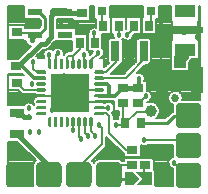
<source format=gtl>
G04 DipTrace Beta 2.3.5.2*
%INsubMicroLRSv2.GTL*%
%MOIN*%
%ADD13C,0.008*%
%ADD14C,0.01*%
%ADD15C,0.005*%
%ADD16C,0.025*%
%ADD17C,0.012*%
%ADD18C,0.015*%
%ADD19C,0.007*%
%ADD22R,0.0354X0.0276*%
%ADD23R,0.0276X0.0354*%
%ADD24R,0.0315X0.0315*%
%ADD25R,0.0472X0.0315*%
%ADD28R,0.0472X0.0217*%
%ADD29R,0.0394X0.0413*%
%ADD30R,0.0413X0.0866*%
%ADD31R,0.071X0.041*%
%ADD32R,0.049X0.024*%
%ADD34C,0.0394*%
%ADD35C,0.018*%
%ADD36C,0.027*%
%ADD37C,0.03*%
%FSLAX44Y44*%
G04*
G70*
G90*
G75*
G01*
%LNTop*%
%LPD*%
X2916Y2287D2*
D13*
Y1964D1*
X3060Y1820D1*
X3192Y2759D2*
X3491D1*
X3500Y2750D1*
X4750Y3130D2*
X4520Y2900D1*
X4490D1*
X4570Y2240D2*
D14*
X5460D1*
X5690Y2470D1*
X5870D1*
X6150D1*
X6170Y2490D1*
X5870Y2380D2*
Y2470D1*
X3192Y3350D2*
D13*
X2326D1*
X2228Y3251D1*
X3192Y2956D2*
X2523D1*
X2228Y3251D1*
X1263Y3153D2*
X2129D1*
X2228Y3251D1*
X3860Y5960D2*
D15*
X4100D1*
X4340D1*
X450Y3080D2*
D13*
X523Y3153D1*
X1263D1*
X440Y5782D2*
D15*
X420Y5802D1*
Y6020D1*
X1040Y5566D2*
X747D1*
X531Y5782D1*
X440D1*
X4100Y5950D2*
Y5960D1*
X6020Y5320D2*
D16*
X6010Y5330D1*
X5670D1*
X6030D2*
X6410D1*
X6461Y3681D2*
X6409Y3630D1*
X5810D1*
X5299Y3681D2*
X5351Y3630D1*
X5810D1*
X438Y4938D2*
D15*
X430Y4930D1*
Y4642D1*
X2610Y5388D2*
X2468Y5530D1*
X2220D1*
X1539Y4216D2*
D13*
X1525Y4230D1*
Y4525D1*
X1735Y4216D2*
X1750Y4231D1*
Y4500D1*
X1812Y4562D1*
X3192Y3744D2*
X4074D1*
X4760Y4430D1*
Y4632D1*
X4672D1*
X3192Y3940D2*
X3420D1*
X3740Y4260D1*
Y4620D1*
X3728Y4632D1*
X3030Y5230D2*
Y5020D1*
X3050Y5000D1*
Y4920D1*
X3188Y2182D2*
X3280Y2090D1*
Y1530D1*
X2510Y760D1*
Y520D1*
X6150Y5900D2*
D15*
X6080Y5970D1*
X6040D1*
Y4690D2*
D16*
Y4440D1*
X5880Y4280D1*
X3840Y5480D2*
D13*
Y5188D1*
X2700Y4500D2*
Y4236D1*
X2720Y4216D1*
X4340Y5480D2*
Y5403D1*
X4125Y5188D1*
X3160Y4590D2*
X3170D1*
X2900Y4320D1*
Y4200D1*
X2916Y4216D1*
X4931Y5960D2*
Y5559D1*
X4852Y5480D1*
X3269Y5960D2*
Y5539D1*
X3328Y5480D1*
X1263Y3350D2*
X692D1*
X450Y3592D1*
X4730Y830D2*
X4680Y780D1*
Y390D1*
X2129Y4216D2*
Y4442D1*
X2168Y4480D1*
X2312D1*
Y4229D1*
X2326Y4216D1*
X2538Y4920D2*
Y4706D1*
X2312Y4480D1*
X3192Y2563D2*
X3195Y2560D1*
X3420D1*
X3520Y2460D1*
Y1900D1*
X4078Y1342D1*
X4290D1*
Y830D2*
X3820D1*
X3510Y520D1*
X4286Y390D2*
D14*
X3510D1*
Y520D1*
X3980Y2900D2*
D13*
X4000D1*
Y2298D1*
X4058Y2240D1*
X2326Y2287D2*
Y2000D1*
X3750Y2188D2*
X4058D1*
Y2240D1*
X4443Y2625D1*
X4795D1*
X4810Y2640D1*
X4910D1*
X2523Y2287D2*
Y1777D1*
X2580Y1720D1*
X5690Y920D2*
X6120Y490D1*
X6170D1*
X5850Y480D2*
D15*
X5860Y490D1*
X6170D1*
X1263Y3940D2*
D13*
X1110D1*
X1000Y4050D1*
Y4290D1*
X6170Y1490D2*
X5990Y1670D1*
X4700D1*
X2812Y1812D2*
X2720Y1905D1*
Y2287D1*
X5860Y1520D2*
D15*
X5890Y1490D1*
X6170D1*
X1263Y3744D2*
D17*
X1006D1*
X620Y4130D1*
X430D1*
X2610Y5900D2*
D18*
X2104D1*
X2064Y5940D1*
X3192Y3547D2*
D17*
X3453D1*
X3525Y3475D1*
Y3225D1*
X3453Y3153D1*
X3192D1*
X3453D2*
X3721D1*
X3980Y3412D1*
D18*
X4490D1*
X2064Y5940D2*
D16*
X1730D1*
X1688D1*
X430Y4130D2*
D18*
X500D1*
X1245Y4875D1*
X1375D1*
X1600Y5100D1*
Y5810D1*
X1730Y5940D1*
X4490Y3412D2*
D17*
X4510Y3432D1*
Y3720D1*
X450Y1881D2*
D18*
X1510Y821D1*
Y520D1*
X1500Y500D2*
X1510Y520D1*
X1040Y5940D2*
D14*
X1190D1*
X1380Y5750D1*
Y5380D1*
X1200Y5200D1*
X1048D1*
X1040Y5192D1*
X440Y5270D2*
D13*
Y5250D1*
X938D1*
X996Y5192D1*
X1040D1*
X450Y2590D2*
D18*
Y2520D1*
X610D1*
X700Y2430D1*
X850D1*
X937Y5000D2*
Y5089D1*
X1040Y5192D1*
D35*
X3500Y2750D3*
X4750Y3130D3*
X950Y3550D3*
X3500Y2750D3*
X1525Y4525D3*
X1190Y1930D3*
X3030Y5230D3*
X3840Y5188D3*
X2700Y4500D3*
X4125Y5188D3*
X3160Y4590D3*
X2326Y2000D3*
X2580Y1720D3*
X5690Y920D3*
X1000Y4290D3*
D3*
X2812Y1812D3*
D36*
X1688Y5940D3*
X5730Y3082D3*
D35*
X4510Y3720D3*
D3*
X937Y5000D3*
X420Y6020D3*
X4700Y1670D3*
X4100Y5950D3*
X840Y2730D3*
X3060Y1820D3*
X1500Y500D3*
X6020Y5320D3*
X5810Y3630D3*
X500Y500D3*
X438Y4938D3*
X2220Y5530D3*
X850Y2430D3*
X875Y1937D3*
D37*
X6150Y5900D3*
D35*
X1812Y4562D3*
X313Y687D3*
X5030Y1060D3*
X1910Y5530D3*
X3750Y2188D3*
X3188Y2182D3*
X5860Y1520D3*
X5870Y2380D3*
X5850Y480D3*
X1313Y688D3*
X1688D3*
X1313Y313D3*
X1688D3*
X2550Y3250D3*
X2020Y3800D3*
X5313Y6000D3*
X5250Y5625D3*
Y5313D3*
X688Y687D3*
X313Y313D3*
X688D3*
X2500Y500D3*
X2313Y687D3*
X2688D3*
X2313Y313D3*
X2688D3*
X3500Y500D3*
X3313Y687D3*
X3688D3*
X3313Y313D3*
X3688D3*
X5250Y5000D3*
Y4688D3*
X4437Y5125D3*
X4938D3*
X2125Y4813D3*
X5250Y4312D3*
X6438Y5125D3*
X1625Y2688D3*
X813Y3062D3*
X162Y6076D2*
D19*
X689D1*
X2901D2*
X2998D1*
X3541D2*
X4658D1*
X5203D2*
X5570D1*
X162Y6007D2*
X689D1*
X2901D2*
X2998D1*
X3541D2*
X4658D1*
X5203D2*
X5570D1*
X162Y5938D2*
X689D1*
X2901D2*
X2998D1*
X3541D2*
X4658D1*
X5203D2*
X5570D1*
X162Y5869D2*
X689D1*
X2901D2*
X2998D1*
X3541D2*
X4658D1*
X5203D2*
X5570D1*
X162Y5801D2*
X689D1*
X2901D2*
X2998D1*
X3541D2*
X4658D1*
X5203D2*
X5570D1*
X162Y5732D2*
X689D1*
X2901D2*
X2998D1*
X5203D2*
X5570D1*
X162Y5663D2*
X1215D1*
X1790D2*
X2319D1*
X2901D2*
X3075D1*
X5104D2*
X5570D1*
X162Y5595D2*
X1215D1*
X1790D2*
X3075D1*
X5104D2*
X5599D1*
X6482D2*
X6531D1*
X162Y5526D2*
X1215D1*
X1790D2*
X3075D1*
X5104D2*
X5599D1*
X6482D2*
X6531D1*
X731Y5457D2*
X1215D1*
X1790D2*
X3075D1*
X5104D2*
X5599D1*
X6482D2*
X6531D1*
X2415Y5389D2*
X2905D1*
X5104D2*
X5599D1*
X6482D2*
X6531D1*
X2415Y5320D2*
X2847D1*
X5104D2*
X5599D1*
X6482D2*
X6531D1*
X2415Y5251D2*
X2826D1*
X5104D2*
X5599D1*
X6482D2*
X6531D1*
X3303Y5183D2*
X3635D1*
X4336D2*
X5599D1*
X6482D2*
X6531D1*
X3303Y5114D2*
X3650D1*
X4316D2*
X5599D1*
X6482D2*
X6531D1*
X3303Y5045D2*
X3509D1*
X4270D2*
X4454D1*
X4891D2*
X5599D1*
X6482D2*
X6531D1*
X162Y4977D2*
X689D1*
X3303D2*
X3476D1*
X3980D2*
X4421D1*
X4925D2*
X5570D1*
X162Y4908D2*
X756D1*
X1673D2*
X2286D1*
X3303D2*
X3475D1*
X3980D2*
X4420D1*
X4925D2*
X5570D1*
X162Y4839D2*
X816D1*
X1604D2*
X2286D1*
X3303D2*
X3475D1*
X3980D2*
X4420D1*
X4925D2*
X5570D1*
X162Y4770D2*
X875D1*
X1536D2*
X2286D1*
X3303D2*
X3475D1*
X3980D2*
X4420D1*
X4925D2*
X5570D1*
X162Y4702D2*
X807D1*
X1621D2*
X1666D1*
X1960D2*
X2286D1*
X3330D2*
X3475D1*
X3980D2*
X4420D1*
X4925D2*
X5570D1*
X162Y4633D2*
X738D1*
X1268D2*
X1353D1*
X2004D2*
X2250D1*
X2853D2*
X2961D1*
X3360D2*
X3475D1*
X3980D2*
X4420D1*
X4925D2*
X5570D1*
X162Y4564D2*
X669D1*
X1199D2*
X1324D1*
X3363D2*
X3475D1*
X3980D2*
X4420D1*
X4925D2*
X5568D1*
X162Y4496D2*
X600D1*
X1131D2*
X1322D1*
X3341D2*
X3475D1*
X3980D2*
X4420D1*
X4925D2*
X5568D1*
X162Y4427D2*
X531D1*
X1149D2*
X1346D1*
X3279D2*
X3475D1*
X3980D2*
X4420D1*
X4925D2*
X5568D1*
X3362Y4358D2*
X3475D1*
X3980D2*
X4420D1*
X4925D2*
X5568D1*
X6265D2*
X6531D1*
X3362Y4290D2*
X3476D1*
X3980D2*
X4404D1*
X4925D2*
X5568D1*
X6224D2*
X6531D1*
X3362Y4221D2*
X3486D1*
X3948D2*
X4335D1*
X4893D2*
X5568D1*
X6191D2*
X6531D1*
X3362Y4152D2*
X3417D1*
X3848D2*
X4267D1*
X4698D2*
X5568D1*
X6191D2*
X6531D1*
X3780Y4084D2*
X4198D1*
X4629D2*
X5568D1*
X6191D2*
X6531D1*
X3711Y4015D2*
X4129D1*
X4561D2*
X5568D1*
X6191D2*
X6531D1*
X3642Y3946D2*
X4061D1*
X4492D2*
X6531D1*
X162Y3878D2*
X629D1*
X4636D2*
X6531D1*
X4694Y3809D2*
X6531D1*
X4714Y3740D2*
X6531D1*
X4708Y3671D2*
X6531D1*
X4781Y3603D2*
X6531D1*
X4781Y3534D2*
X6531D1*
X4781Y3465D2*
X6531D1*
X4781Y3397D2*
X6531D1*
X162Y3328D2*
X497D1*
X4781D2*
X6531D1*
X162Y3259D2*
X566D1*
X4906D2*
X5557D1*
X5904D2*
X6531D1*
X162Y3191D2*
X1088D1*
X4946D2*
X5506D1*
X5954D2*
X6531D1*
X162Y3122D2*
X1088D1*
X4954D2*
X5484D1*
X5977D2*
X6531D1*
X162Y3053D2*
X1013D1*
X4939D2*
X5482D1*
X5978D2*
X6531D1*
X162Y2985D2*
X983D1*
X3362D2*
X3688D1*
X4891D2*
X5501D1*
X162Y2916D2*
X765D1*
X914D2*
X986D1*
X3614D2*
X3688D1*
X5046D2*
X5546D1*
X5140Y2847D2*
X5644D1*
X5188Y2779D2*
X5630D1*
X5213Y2710D2*
X5630D1*
X3672Y2641D2*
X3845D1*
X5221D2*
X5630D1*
X3623Y2572D2*
X3845D1*
X5213D2*
X5563D1*
X3668Y2504D2*
X3806D1*
X5189D2*
X5494D1*
X3675Y2435D2*
X3806D1*
X5142D2*
X5425D1*
X3435Y1680D2*
X3525D1*
X162Y1611D2*
X455D1*
X3435D2*
X3594D1*
X162Y1542D2*
X524D1*
X3435D2*
X3662D1*
X162Y1473D2*
X593D1*
X3423D2*
X3731D1*
X4581D2*
X4672D1*
X4727D2*
X5630D1*
X162Y1405D2*
X662D1*
X3371D2*
X3799D1*
X4581D2*
X5630D1*
X162Y1336D2*
X730D1*
X3302D2*
X3868D1*
X4581D2*
X5630D1*
X162Y1267D2*
X798D1*
X3233D2*
X3937D1*
X4581D2*
X5630D1*
X162Y1199D2*
X867D1*
X3165D2*
X3999D1*
X4581D2*
X5632D1*
X162Y1130D2*
X936D1*
X3096D2*
X3999D1*
X4581D2*
X5645D1*
X162Y1061D2*
X1005D1*
X3027D2*
X3999D1*
X5022D2*
X5545D1*
X162Y993D2*
X1063D1*
X2958D2*
X3063D1*
X3957D2*
X3999D1*
X5022D2*
X5499D1*
X162Y924D2*
X1005D1*
X5022D2*
X5485D1*
X162Y855D2*
X978D1*
X5022D2*
X5496D1*
X162Y787D2*
X970D1*
X5022D2*
X5537D1*
X162Y718D2*
X970D1*
X5022D2*
X5630D1*
X162Y649D2*
X970D1*
X5053D2*
X5630D1*
X162Y581D2*
X970D1*
X5068D2*
X5630D1*
X162Y512D2*
X970D1*
X5068D2*
X5630D1*
X162Y443D2*
X970D1*
X5068D2*
X5630D1*
X162Y374D2*
X970D1*
X5068D2*
X5630D1*
X162Y306D2*
X970D1*
X5068D2*
X5630D1*
X162Y237D2*
X971D1*
X5068D2*
X5630D1*
X162Y168D2*
X982D1*
X5067D2*
X5635D1*
X4040Y1076D2*
X4575Y1075D1*
X4690Y1076D1*
X5015D1*
Y683D1*
X5042Y656D1*
X5058Y618D1*
X5061Y560D1*
X5060Y178D1*
X5090Y155D1*
X5644Y156D1*
X5638Y193D1*
X5637Y250D1*
Y730D1*
X5617Y736D1*
X5586Y752D1*
X5558Y773D1*
X5534Y798D1*
X5515Y827D1*
X5502Y860D1*
X5494Y894D1*
X5492Y929D1*
X5497Y963D1*
X5508Y997D1*
X5524Y1027D1*
X5545Y1055D1*
X5571Y1078D1*
X5601Y1097D1*
X5634Y1110D1*
X5657Y1115D1*
X5645Y1151D1*
X5639Y1182D1*
X5637Y1220D1*
Y1522D1*
X4832D1*
X4796Y1497D1*
X4765Y1483D1*
X4731Y1475D1*
X4696Y1472D1*
X4661Y1476D1*
X4627Y1486D1*
X4596Y1502D1*
X4574Y1518D1*
X4575Y1096D1*
X4005D1*
Y1213D1*
X3974Y1237D1*
X3428Y1783D1*
Y1530D1*
X3424Y1495D1*
X3412Y1463D1*
X3385Y1425D1*
X2951Y992D1*
X2980Y964D1*
X3002Y933D1*
X3010Y921D1*
X3030Y951D1*
X3055Y979D1*
X3079Y1000D1*
X3110Y1021D1*
X3145Y1036D1*
X3176Y1046D1*
X3213Y1052D1*
X3270Y1053D1*
X3806Y1052D1*
X3843Y1046D1*
X3880Y1035D1*
X3909Y1021D1*
X3940Y1001D1*
X3966Y978D1*
X4005D1*
Y1076D1*
X4040D1*
X3848Y2525D2*
X3853D1*
X3852Y2654D1*
X3695D1*
Y2715D1*
X3686Y2681D1*
X3671Y2650D1*
X3650Y2621D1*
X3625Y2597D1*
X3605Y2583D1*
X3625Y2565D1*
X3646Y2537D1*
X3661Y2505D1*
X3668Y2460D1*
Y2367D1*
X3694Y2377D1*
X3728Y2384D1*
X3763Y2385D1*
X3797Y2380D1*
X3813Y2375D1*
Y2525D1*
X3848D1*
X155Y4376D2*
X487D1*
X914Y4803D1*
X865Y4816D1*
X834Y4832D1*
X806Y4853D1*
X782Y4878D1*
X763Y4907D1*
X749Y4940D1*
X741Y4977D1*
X696Y4976D1*
Y5025D1*
X445Y5024D1*
X155D1*
Y5516D1*
X725D1*
Y5407D1*
X976Y5408D1*
X1185D1*
X1222Y5445D1*
Y5685D1*
X1183Y5724D1*
X696D1*
Y6144D1*
X155D1*
Y4376D1*
X629Y3884D2*
X155D1*
Y2855D1*
X687D1*
X721Y2888D1*
X751Y2907D1*
X784Y2920D1*
X818Y2927D1*
X853D1*
X887Y2922D1*
X920Y2911D1*
X951Y2894D1*
X978Y2872D1*
X1007Y2835D1*
X1016Y2851D1*
X1018Y2861D1*
X1000Y2896D1*
X990Y2930D1*
X989Y2969D1*
X995Y3004D1*
X1011Y3040D1*
X1031Y3068D1*
X1062Y3094D1*
X1092Y3111D1*
X1085Y3107D1*
X1095Y3125D1*
Y3194D1*
X1080Y3201D1*
X948Y3202D1*
X692D1*
X657Y3206D1*
X624Y3218D1*
X587Y3245D1*
X486Y3347D1*
X165Y3346D1*
Y3837D1*
X676D1*
X629Y3884D1*
X2895Y6145D2*
Y5654D1*
X2325D1*
Y5717D1*
X2129D1*
X2095Y5709D1*
X2029Y5707D1*
X1783D1*
Y5409D1*
X2350Y5408D1*
X2408D1*
Y5206D1*
X2784Y5205D1*
Y4679D1*
X2804Y4670D1*
Y5205D1*
X2834D1*
X2832Y5239D1*
X2837Y5273D1*
X2848Y5307D1*
X2864Y5337D1*
X2885Y5365D1*
X2911Y5388D1*
X2941Y5407D1*
X2974Y5420D1*
X3008Y5427D1*
X3043D1*
X3083Y5420D1*
Y5695D1*
X3004D1*
X3003Y6144D1*
X2895D1*
X3535Y6145D2*
Y5765D1*
X3574D1*
Y5195D1*
X3295D1*
X3296Y4734D1*
X3321Y4705D1*
X3339Y4675D1*
X3351Y4642D1*
X3358Y4590D1*
X3355Y4555D1*
X3346Y4521D1*
X3331Y4490D1*
X3310Y4461D1*
X3285Y4437D1*
X3256Y4417D1*
X3230Y4405D1*
X3355D1*
Y4098D1*
X3365Y4094D1*
X3504Y4233D1*
X3486Y4270D1*
X3482Y4298D1*
Y4967D1*
X3488Y5001D1*
X3504Y5032D1*
X3529Y5056D1*
X3566Y5072D1*
X3625Y5075D1*
X3678D1*
X3665Y5095D1*
X3652Y5127D1*
X3644Y5161D1*
X3642Y5195D1*
X3594D1*
Y5765D1*
X4086D1*
Y5381D1*
X4094Y5405D1*
Y5765D1*
X4586D1*
Y5195D1*
X4342D1*
X4320Y5153D1*
X4311Y5119D1*
X4296Y5087D1*
X4275Y5059D1*
X4250Y5034D1*
X4221Y5015D1*
X4190Y5001D1*
X4156Y4992D1*
X4121Y4990D1*
X4086Y4994D1*
X4052Y5003D1*
X4021Y5019D1*
X3993Y5040D1*
X3983Y5050D1*
X3955Y5028D1*
X3971Y4991D1*
X3973Y4932D1*
Y4298D1*
X3968Y4263D1*
X3951Y4233D1*
X3926Y4209D1*
X3888Y4193D1*
X3845Y4155D1*
X3581Y3892D1*
X4013Y3891D1*
X4167Y4046D1*
X4428Y4307D1*
X4427Y4613D1*
Y4967D1*
X4432Y5001D1*
X4449Y5032D1*
X4474Y5056D1*
X4511Y5072D1*
X4570Y5075D1*
X4810D1*
X4845Y5069D1*
X4875Y5053D1*
X4899Y5028D1*
X4915Y4991D1*
X4918Y4932D1*
Y4298D1*
X4912Y4263D1*
X4896Y4233D1*
X4871Y4209D1*
X4834Y4193D1*
X4775Y4190D1*
X4728D1*
X4446Y3907D1*
X4488Y3917D1*
X4523D1*
X4557Y3912D1*
X4590Y3901D1*
X4621Y3884D1*
X4648Y3862D1*
X4671Y3835D1*
X4689Y3805D1*
X4701Y3772D1*
X4708Y3720D1*
X4705Y3685D1*
X4697Y3657D1*
X4775D1*
Y3326D1*
X4797Y3322D1*
X4830Y3311D1*
X4861Y3294D1*
X4888Y3272D1*
X4911Y3245D1*
X4929Y3215D1*
X4941Y3182D1*
X4948Y3130D1*
X4945Y3095D1*
X4936Y3061D1*
X4921Y3030D1*
X4900Y3001D1*
X4875Y2977D1*
X4846Y2957D1*
X4815Y2943D1*
X4775Y2934D1*
X4806Y2927D1*
X4840Y2936D1*
X4874Y2943D1*
X4909Y2945D1*
X4944Y2943D1*
X4979Y2937D1*
X5012Y2927D1*
X5045Y2913D1*
X5075Y2896D1*
X5103Y2875D1*
X5129Y2852D1*
X5152Y2825D1*
X5171Y2796D1*
X5188Y2765D1*
X5200Y2733D1*
X5209Y2699D1*
X5215Y2640D1*
X5213Y2605D1*
X5207Y2571D1*
X5197Y2537D1*
X5183Y2505D1*
X5166Y2474D1*
X5145Y2446D1*
X5121Y2421D1*
X5095Y2398D1*
X5396D1*
X5522Y2525D1*
X5578Y2582D1*
X5606Y2603D1*
X5638Y2619D1*
X5637Y2766D1*
X5639Y2798D1*
X5647Y2834D1*
X5653Y2853D1*
X5625Y2864D1*
X5595Y2881D1*
X5567Y2902D1*
X5543Y2928D1*
X5523Y2956D1*
X5507Y2987D1*
X5495Y3020D1*
X5489Y3055D1*
X5487Y3090D1*
X5491Y3125D1*
X5499Y3158D1*
X5513Y3191D1*
X5530Y3221D1*
X5552Y3248D1*
X5578Y3272D1*
X5607Y3292D1*
X5638Y3307D1*
X5671Y3318D1*
X5706Y3324D1*
X5741Y3325D1*
X5776Y3321D1*
X5809Y3312D1*
X5841Y3298D1*
X5871Y3280D1*
X5898Y3258D1*
X5922Y3232D1*
X5941Y3203D1*
X5956Y3171D1*
X5966Y3138D1*
X5973Y3082D1*
X5970Y3048D1*
X5965Y3023D1*
X6461Y3022D1*
X6493Y3018D1*
X6529Y3009D1*
X6538Y3005D1*
Y6144D1*
X6503Y6143D1*
Y5657D1*
X6475D1*
Y5025D1*
Y5002D1*
X6503Y5003D1*
Y4377D1*
X6263D1*
X6250Y4339D1*
X6232Y4308D1*
X6205Y4275D1*
X6185Y4256D1*
Y3966D1*
X5575D1*
X5576Y4594D1*
X5577Y5003D1*
X5605D1*
Y5635D1*
Y5658D1*
X5577Y5657D1*
Y6144D1*
X5196D1*
Y5695D1*
X5096D1*
X5097Y5485D1*
Y5195D1*
X4606D1*
Y5765D1*
X4666D1*
X4665Y5975D1*
Y6144D1*
X3536D1*
X456Y1616D2*
X154D1*
X155Y1314D1*
Y155D1*
X994D1*
X984Y186D1*
X978Y223D1*
X977Y280D1*
X978Y816D1*
X984Y853D1*
X995Y890D1*
X1009Y919D1*
X1029Y950D1*
X1055Y979D1*
X1076Y997D1*
X457Y1616D1*
X2293Y4976D2*
X1733D1*
X1655Y4896D1*
X1504Y4746D1*
X1477Y4724D1*
X1447Y4707D1*
X1413Y4696D1*
X1375Y4692D1*
X1321D1*
X1094Y4465D1*
X1138Y4432D1*
X1161Y4404D1*
X1305Y4405D1*
X1367D1*
X1350Y4432D1*
X1337Y4465D1*
X1329Y4499D1*
X1327Y4534D1*
X1332Y4568D1*
X1343Y4602D1*
X1359Y4632D1*
X1380Y4660D1*
X1406Y4683D1*
X1436Y4702D1*
X1469Y4715D1*
X1503Y4722D1*
X1538D1*
X1572Y4717D1*
X1605Y4706D1*
X1636Y4689D1*
X1650Y4677D1*
X1668Y4697D1*
X1694Y4721D1*
X1724Y4739D1*
X1756Y4752D1*
X1790Y4759D1*
X1825Y4760D1*
X1860Y4755D1*
X1893Y4743D1*
X1924Y4726D1*
X1951Y4704D1*
X1973Y4678D1*
X1991Y4647D1*
X2003Y4615D1*
X2010Y4562D1*
X2006Y4522D1*
X2025Y4546D1*
X2063Y4585D1*
X2090Y4606D1*
X2122Y4621D1*
X2168Y4628D1*
X2252D1*
X2293Y4670D1*
Y4975D1*
X2969Y4635D2*
X2844D1*
X2861Y4615D1*
X2879Y4585D1*
X2891Y4552D1*
X2896Y4525D1*
X2962Y4591D1*
X2967Y4634D1*
X3381Y2908D2*
X3411Y2927D1*
X3444Y2940D1*
X3478Y2947D1*
X3513D1*
X3547Y2942D1*
X3580Y2931D1*
X3611Y2914D1*
X3638Y2892D1*
X3661Y2865D1*
X3679Y2835D1*
X3691Y2802D1*
X3695Y2782D1*
Y2986D1*
X3356Y2985D1*
X3355Y2916D1*
X3375Y2908D1*
X3381D1*
X3411Y2927D1*
X3444Y2940D1*
X3478Y2947D1*
X3513D1*
X3547Y2942D1*
X3580Y2931D1*
X3611Y2914D1*
X3638Y2892D1*
X3661Y2865D1*
X3679Y2835D1*
X3691Y2802D1*
X3695Y2777D1*
Y2715D1*
X3686Y2681D1*
X3671Y2650D1*
X3650Y2621D1*
X3625Y2597D1*
X3605Y2583D1*
X3626Y2563D1*
X3647Y2536D1*
X3661Y2504D1*
X3668Y2469D1*
X4445Y3906D2*
X4488Y3917D1*
X4523D1*
X4557Y3912D1*
X4590Y3901D1*
X4621Y3884D1*
X4648Y3862D1*
X4671Y3835D1*
X4689Y3805D1*
X4701Y3772D1*
X4708Y3720D1*
X4705Y3685D1*
X4697Y3657D1*
G36*
X5895Y2915D2*
X6445D1*
X6461Y2914D1*
X6476Y2912D1*
X6491Y2908D1*
X6506Y2902D1*
X6520Y2895D1*
X6533Y2886D1*
X6545Y2876D1*
X6556Y2865D1*
X6566Y2853D1*
X6575Y2840D1*
X6582Y2826D1*
X6588Y2811D1*
X6592Y2796D1*
X6594Y2781D1*
X6595Y2765D1*
Y2215D1*
X6594Y2199D1*
X6592Y2184D1*
X6588Y2169D1*
X6582Y2154D1*
X6575Y2140D1*
X6566Y2127D1*
X6556Y2115D1*
X6545Y2104D1*
X6533Y2094D1*
X6520Y2085D1*
X6506Y2078D1*
X6491Y2072D1*
X6476Y2068D1*
X6461Y2066D1*
X6445Y2065D1*
X5895D1*
X5879Y2066D1*
X5864Y2068D1*
X5849Y2072D1*
X5834Y2078D1*
X5820Y2085D1*
X5807Y2094D1*
X5795Y2104D1*
X5784Y2115D1*
X5774Y2127D1*
X5765Y2140D1*
X5758Y2154D1*
X5752Y2169D1*
X5748Y2184D1*
X5746Y2199D1*
X5745Y2215D1*
Y2765D1*
X5746Y2781D1*
X5748Y2796D1*
X5752Y2811D1*
X5758Y2826D1*
X5765Y2840D1*
X5774Y2853D1*
X5784Y2865D1*
X5795Y2876D1*
X5807Y2886D1*
X5820Y2895D1*
X5834Y2902D1*
X5849Y2908D1*
X5864Y2912D1*
X5879Y2914D1*
X5895Y2915D1*
G37*
G36*
X5745Y1215D2*
Y1765D1*
X5746Y1781D1*
X5748Y1796D1*
X5752Y1811D1*
X5758Y1826D1*
X5765Y1840D1*
X5774Y1853D1*
X5784Y1865D1*
X5795Y1876D1*
X5807Y1886D1*
X5820Y1895D1*
X5834Y1902D1*
X5849Y1908D1*
X5864Y1912D1*
X5879Y1914D1*
X5895Y1915D1*
X6445D1*
X6461Y1914D1*
X6476Y1912D1*
X6491Y1908D1*
X6506Y1902D1*
X6520Y1895D1*
X6533Y1886D1*
X6545Y1876D1*
X6556Y1865D1*
X6566Y1853D1*
X6575Y1840D1*
X6582Y1826D1*
X6588Y1811D1*
X6592Y1796D1*
X6594Y1781D1*
X6595Y1765D1*
Y1215D1*
X6594Y1199D1*
X6592Y1184D1*
X6588Y1169D1*
X6582Y1154D1*
X6575Y1140D1*
X6566Y1127D1*
X6556Y1115D1*
X6545Y1104D1*
X6533Y1094D1*
X6520Y1085D1*
X6506Y1078D1*
X6491Y1072D1*
X6476Y1068D1*
X6461Y1066D1*
X6445Y1065D1*
X5895D1*
X5879Y1066D1*
X5864Y1068D1*
X5849Y1072D1*
X5834Y1078D1*
X5820Y1085D1*
X5807Y1094D1*
X5795Y1104D1*
X5784Y1115D1*
X5774Y1127D1*
X5765Y1140D1*
X5758Y1154D1*
X5752Y1169D1*
X5748Y1184D1*
X5746Y1199D1*
X5745Y1215D1*
G37*
G36*
X6445Y915D2*
X5895D1*
X5879Y914D1*
X5864Y912D1*
X5849Y908D1*
X5834Y902D1*
X5820Y895D1*
X5807Y886D1*
X5795Y876D1*
X5784Y865D1*
X5774Y853D1*
X5765Y840D1*
X5758Y826D1*
X5752Y811D1*
X5748Y796D1*
X5746Y781D1*
X5745Y765D1*
Y215D1*
X5746Y199D1*
X5748Y184D1*
X5752Y169D1*
X5758Y154D1*
X5765Y140D1*
X5774Y127D1*
X5784Y115D1*
X5795Y104D1*
X5807Y94D1*
X5820Y85D1*
X5834Y78D1*
X5849Y72D1*
X5864Y68D1*
X5879Y66D1*
X5895Y65D1*
X6445D1*
X6461Y66D1*
X6476Y68D1*
X6491Y72D1*
X6506Y78D1*
X6520Y85D1*
X6533Y94D1*
X6545Y104D1*
X6556Y115D1*
X6566Y127D1*
X6575Y140D1*
X6582Y154D1*
X6588Y169D1*
X6592Y184D1*
X6594Y199D1*
X6595Y215D1*
Y765D1*
X6594Y781D1*
X6592Y796D1*
X6588Y811D1*
X6582Y826D1*
X6575Y840D1*
X6566Y853D1*
X6556Y865D1*
X6545Y876D1*
X6533Y886D1*
X6520Y895D1*
X6506Y902D1*
X6491Y908D1*
X6476Y912D1*
X6461Y914D1*
X6445Y915D1*
G37*
G36*
X85Y245D2*
Y795D1*
X86Y811D1*
X88Y826D1*
X92Y841D1*
X98Y856D1*
X105Y870D1*
X114Y883D1*
X124Y895D1*
X135Y906D1*
X147Y916D1*
X160Y925D1*
X174Y932D1*
X189Y938D1*
X204Y942D1*
X219Y944D1*
X235Y945D1*
X785D1*
X801Y944D1*
X816Y942D1*
X831Y938D1*
X846Y932D1*
X860Y925D1*
X873Y916D1*
X885Y906D1*
X896Y895D1*
X906Y883D1*
X915Y870D1*
X922Y856D1*
X928Y841D1*
X932Y826D1*
X934Y811D1*
X935Y795D1*
Y245D1*
X934Y229D1*
X932Y214D1*
X928Y199D1*
X922Y184D1*
X915Y170D1*
X906Y157D1*
X896Y145D1*
X885Y134D1*
X873Y124D1*
X860Y115D1*
X846Y108D1*
X831Y102D1*
X816Y98D1*
X801Y96D1*
X785Y95D1*
X235D1*
X219Y96D1*
X204Y98D1*
X189Y102D1*
X174Y108D1*
X160Y115D1*
X147Y124D1*
X135Y134D1*
X124Y145D1*
X114Y157D1*
X105Y170D1*
X98Y184D1*
X92Y199D1*
X88Y214D1*
X86Y229D1*
X85Y245D1*
G37*
G36*
X1785Y95D2*
X1235D1*
X1219Y96D1*
X1204Y98D1*
X1189Y102D1*
X1174Y108D1*
X1160Y115D1*
X1147Y124D1*
X1135Y134D1*
X1124Y145D1*
X1114Y157D1*
X1105Y170D1*
X1098Y184D1*
X1092Y199D1*
X1088Y214D1*
X1086Y229D1*
X1085Y245D1*
Y795D1*
X1086Y811D1*
X1088Y826D1*
X1092Y841D1*
X1098Y856D1*
X1105Y870D1*
X1114Y883D1*
X1124Y895D1*
X1135Y906D1*
X1147Y916D1*
X1160Y925D1*
X1174Y932D1*
X1189Y938D1*
X1204Y942D1*
X1219Y944D1*
X1235Y945D1*
X1785D1*
X1801Y944D1*
X1816Y942D1*
X1831Y938D1*
X1846Y932D1*
X1860Y925D1*
X1873Y916D1*
X1885Y906D1*
X1896Y895D1*
X1906Y883D1*
X1915Y870D1*
X1922Y856D1*
X1928Y841D1*
X1932Y826D1*
X1934Y811D1*
X1935Y795D1*
Y245D1*
X1934Y229D1*
X1932Y214D1*
X1928Y199D1*
X1922Y184D1*
X1915Y170D1*
X1906Y157D1*
X1896Y145D1*
X1885Y134D1*
X1873Y124D1*
X1860Y115D1*
X1846Y108D1*
X1831Y102D1*
X1816Y98D1*
X1801Y96D1*
X1785Y95D1*
G37*
G36*
X2085Y795D2*
Y245D1*
X2086Y229D1*
X2088Y214D1*
X2092Y199D1*
X2098Y184D1*
X2105Y170D1*
X2114Y157D1*
X2124Y145D1*
X2135Y134D1*
X2147Y124D1*
X2160Y115D1*
X2174Y108D1*
X2189Y102D1*
X2204Y98D1*
X2219Y96D1*
X2235Y95D1*
X2785D1*
X2801Y96D1*
X2816Y98D1*
X2831Y102D1*
X2846Y108D1*
X2860Y115D1*
X2873Y124D1*
X2885Y134D1*
X2896Y145D1*
X2906Y157D1*
X2915Y170D1*
X2922Y184D1*
X2928Y199D1*
X2932Y214D1*
X2934Y229D1*
X2935Y245D1*
Y795D1*
X2934Y811D1*
X2932Y826D1*
X2928Y841D1*
X2922Y856D1*
X2915Y870D1*
X2906Y883D1*
X2896Y895D1*
X2885Y906D1*
X2873Y916D1*
X2860Y925D1*
X2846Y932D1*
X2831Y938D1*
X2816Y942D1*
X2801Y944D1*
X2785Y945D1*
X2235D1*
X2219Y944D1*
X2204Y942D1*
X2189Y938D1*
X2174Y932D1*
X2160Y925D1*
X2147Y916D1*
X2135Y906D1*
X2124Y895D1*
X2114Y883D1*
X2105Y870D1*
X2098Y856D1*
X2092Y841D1*
X2088Y826D1*
X2086Y811D1*
X2085Y795D1*
G37*
G36*
X3235Y95D2*
X3785D1*
X3801Y96D1*
X3816Y98D1*
X3831Y102D1*
X3846Y108D1*
X3860Y115D1*
X3873Y124D1*
X3885Y134D1*
X3896Y145D1*
X3906Y157D1*
X3915Y170D1*
X3922Y184D1*
X3928Y199D1*
X3932Y214D1*
X3934Y229D1*
X3935Y245D1*
Y795D1*
X3934Y811D1*
X3932Y826D1*
X3928Y841D1*
X3922Y856D1*
X3915Y870D1*
X3906Y883D1*
X3896Y895D1*
X3885Y906D1*
X3873Y916D1*
X3860Y925D1*
X3846Y932D1*
X3831Y938D1*
X3816Y942D1*
X3801Y944D1*
X3785Y945D1*
X3235D1*
X3219Y944D1*
X3204Y942D1*
X3189Y938D1*
X3174Y932D1*
X3160Y925D1*
X3147Y916D1*
X3135Y906D1*
X3124Y895D1*
X3114Y883D1*
X3105Y870D1*
X3098Y856D1*
X3092Y841D1*
X3088Y826D1*
X3086Y811D1*
X3085Y795D1*
Y245D1*
X3086Y229D1*
X3088Y214D1*
X3092Y199D1*
X3098Y184D1*
X3105Y170D1*
X3114Y157D1*
X3124Y145D1*
X3135Y134D1*
X3147Y124D1*
X3160Y115D1*
X3174Y108D1*
X3189Y102D1*
X3204Y98D1*
X3219Y96D1*
X3235Y95D1*
G37*
D22*
X4730Y830D3*
Y1342D3*
D23*
X4570Y2240D3*
X4058D3*
D22*
X430Y4130D3*
Y4642D3*
X450Y3080D3*
Y3592D3*
X440Y5270D3*
Y5782D3*
X2610Y5900D3*
Y5388D3*
G36*
X4611Y390D2*
X4407Y185D1*
X4953D1*
Y595D1*
X4407D1*
X4611Y390D1*
G37*
G36*
X4048Y595D2*
X4321D1*
X4525Y390D1*
X4321Y185D1*
X4048D1*
Y595D1*
G37*
D24*
X3860Y5960D3*
X3269D3*
X4340D3*
X4931D3*
D25*
X450Y2590D3*
Y1881D3*
D28*
X1040Y5940D3*
Y5566D3*
Y5192D3*
X2064D3*
Y5940D3*
D22*
X3980Y2900D3*
Y3412D3*
D23*
X3050Y4920D3*
X2538D3*
D22*
X4290Y830D3*
Y1342D3*
D23*
X4340Y5480D3*
X4852D3*
X3840D3*
X3328D3*
D22*
X4490Y2900D3*
Y3412D3*
D29*
X5880Y4280D3*
D30*
X5299Y3681D3*
X6461D3*
D31*
X6040Y4690D3*
Y5970D3*
D32*
X5670Y5330D3*
X6410D3*
G36*
X3300Y2503D2*
X3326Y2509D1*
X3347Y2526D1*
X3358Y2549D1*
Y2576D1*
X3347Y2599D1*
X3326Y2616D1*
X3300Y2622D1*
X3084D1*
X3058Y2616D1*
X3038Y2599D1*
X3026Y2576D1*
Y2549D1*
X3038Y2526D1*
X3058Y2509D1*
X3084Y2503D1*
X3300D1*
G37*
G36*
Y2700D2*
X3326Y2706D1*
X3347Y2723D1*
X3358Y2746D1*
Y2772D1*
X3347Y2796D1*
X3326Y2813D1*
X3300Y2818D1*
X3084D1*
X3058Y2813D1*
X3038Y2796D1*
X3026Y2772D1*
Y2746D1*
X3038Y2723D1*
X3058Y2706D1*
X3084Y2700D1*
X3300D1*
G37*
G36*
Y2897D2*
X3326Y2903D1*
X3347Y2919D1*
X3358Y2943D1*
Y2969D1*
X3347Y2993D1*
X3326Y3009D1*
X3300Y3015D1*
X3084D1*
X3058Y3009D1*
X3038Y2993D1*
X3026Y2969D1*
Y2943D1*
X3038Y2919D1*
X3058Y2903D1*
X3084Y2897D1*
X3300D1*
G37*
G36*
Y3094D2*
X3326Y3100D1*
X3347Y3116D1*
X3358Y3140D1*
Y3166D1*
X3347Y3190D1*
X3326Y3206D1*
X3300Y3212D1*
X3084D1*
X3058Y3206D1*
X3038Y3190D1*
X3026Y3166D1*
Y3140D1*
X3038Y3116D1*
X3058Y3100D1*
X3084Y3094D1*
X3300D1*
G37*
G36*
Y3291D2*
X3326Y3297D1*
X3347Y3313D1*
X3358Y3337D1*
Y3363D1*
X3347Y3387D1*
X3326Y3403D1*
X3300Y3409D1*
X3084D1*
X3058Y3403D1*
X3038Y3387D1*
X3026Y3363D1*
Y3337D1*
X3038Y3313D1*
X3058Y3297D1*
X3084Y3291D1*
X3300D1*
G37*
G36*
Y3488D2*
X3326Y3494D1*
X3347Y3510D1*
X3358Y3534D1*
Y3560D1*
X3347Y3584D1*
X3326Y3600D1*
X3300Y3606D1*
X3084D1*
X3058Y3600D1*
X3038Y3584D1*
X3026Y3560D1*
Y3534D1*
X3038Y3510D1*
X3058Y3494D1*
X3084Y3488D1*
X3300D1*
G37*
G36*
Y3685D2*
X3326Y3690D1*
X3347Y3707D1*
X3358Y3730D1*
Y3757D1*
X3347Y3780D1*
X3326Y3797D1*
X3300Y3803D1*
X3084D1*
X3058Y3797D1*
X3038Y3780D1*
X3026Y3757D1*
Y3730D1*
X3038Y3707D1*
X3058Y3690D1*
X3084Y3685D1*
X3300D1*
G37*
G36*
Y3881D2*
X3326Y3887D1*
X3347Y3904D1*
X3358Y3927D1*
Y3954D1*
X3347Y3977D1*
X3326Y3994D1*
X3300Y4000D1*
X3084D1*
X3058Y3994D1*
X3038Y3977D1*
X3026Y3954D1*
Y3927D1*
X3038Y3904D1*
X3058Y3887D1*
X3084Y3881D1*
X3300D1*
G37*
G36*
X2976Y4324D2*
X2970Y4350D1*
X2953Y4370D1*
X2930Y4382D1*
X2903D1*
X2880Y4370D1*
X2863Y4350D1*
X2857Y4324D1*
Y4108D1*
X2863Y4082D1*
X2880Y4062D1*
X2903Y4050D1*
X2930D1*
X2953Y4062D1*
X2970Y4082D1*
X2976Y4108D1*
Y4324D1*
G37*
G36*
X2779D2*
X2773Y4350D1*
X2756Y4370D1*
X2733Y4382D1*
X2706D1*
X2683Y4370D1*
X2666Y4350D1*
X2661Y4324D1*
Y4108D1*
X2666Y4082D1*
X2683Y4062D1*
X2706Y4050D1*
X2733D1*
X2756Y4062D1*
X2773Y4082D1*
X2779Y4108D1*
Y4324D1*
G37*
G36*
X2582D2*
X2576Y4350D1*
X2560Y4370D1*
X2536Y4382D1*
X2510D1*
X2486Y4370D1*
X2470Y4350D1*
X2464Y4324D1*
Y4108D1*
X2470Y4082D1*
X2486Y4062D1*
X2510Y4050D1*
X2536D1*
X2560Y4062D1*
X2576Y4082D1*
X2582Y4108D1*
Y4324D1*
G37*
G36*
X2385D2*
X2379Y4350D1*
X2363Y4370D1*
X2339Y4382D1*
X2313D1*
X2289Y4370D1*
X2273Y4350D1*
X2267Y4324D1*
Y4108D1*
X2273Y4082D1*
X2289Y4062D1*
X2313Y4050D1*
X2339D1*
X2363Y4062D1*
X2379Y4082D1*
X2385Y4108D1*
Y4324D1*
G37*
G36*
X2188D2*
X2182Y4350D1*
X2166Y4370D1*
X2142Y4382D1*
X2116D1*
X2092Y4370D1*
X2076Y4350D1*
X2070Y4324D1*
Y4108D1*
X2076Y4082D1*
X2092Y4062D1*
X2116Y4050D1*
X2142D1*
X2166Y4062D1*
X2182Y4082D1*
X2188Y4108D1*
Y4324D1*
G37*
G36*
X1991D2*
X1985Y4350D1*
X1969Y4370D1*
X1945Y4382D1*
X1919D1*
X1895Y4370D1*
X1879Y4350D1*
X1873Y4324D1*
Y4108D1*
X1879Y4082D1*
X1895Y4062D1*
X1919Y4050D1*
X1945D1*
X1969Y4062D1*
X1985Y4082D1*
X1991Y4108D1*
Y4324D1*
G37*
G36*
X1794D2*
X1789Y4350D1*
X1772Y4370D1*
X1749Y4382D1*
X1722D1*
X1699Y4370D1*
X1682Y4350D1*
X1676Y4324D1*
Y4108D1*
X1682Y4082D1*
X1699Y4062D1*
X1722Y4050D1*
X1749D1*
X1772Y4062D1*
X1789Y4082D1*
X1794Y4108D1*
Y4324D1*
G37*
G36*
X1598D2*
X1592Y4350D1*
X1575Y4370D1*
X1552Y4382D1*
X1525D1*
X1502Y4370D1*
X1485Y4350D1*
X1479Y4324D1*
Y4108D1*
X1485Y4082D1*
X1502Y4062D1*
X1525Y4050D1*
X1552D1*
X1575Y4062D1*
X1592Y4082D1*
X1598Y4108D1*
Y4324D1*
G37*
G36*
X1371Y3881D2*
X1397Y3887D1*
X1417Y3904D1*
X1429Y3927D1*
Y3954D1*
X1417Y3977D1*
X1397Y3994D1*
X1371Y4000D1*
X1155D1*
X1129Y3994D1*
X1109Y3977D1*
X1097Y3954D1*
Y3927D1*
X1109Y3904D1*
X1129Y3887D1*
X1155Y3881D1*
X1371D1*
G37*
G36*
Y3685D2*
X1397Y3690D1*
X1417Y3707D1*
X1429Y3730D1*
Y3757D1*
X1417Y3780D1*
X1397Y3797D1*
X1371Y3803D1*
X1155D1*
X1129Y3797D1*
X1109Y3780D1*
X1097Y3757D1*
Y3730D1*
X1109Y3707D1*
X1129Y3690D1*
X1155Y3685D1*
X1371D1*
G37*
G36*
Y3488D2*
X1397Y3494D1*
X1417Y3510D1*
X1429Y3534D1*
Y3560D1*
X1417Y3584D1*
X1397Y3600D1*
X1371Y3606D1*
X1155D1*
X1129Y3600D1*
X1109Y3584D1*
X1097Y3560D1*
Y3534D1*
X1109Y3510D1*
X1129Y3494D1*
X1155Y3488D1*
X1371D1*
G37*
G36*
Y3291D2*
X1397Y3297D1*
X1417Y3313D1*
X1429Y3337D1*
Y3363D1*
X1417Y3387D1*
X1397Y3403D1*
X1371Y3409D1*
X1155D1*
X1129Y3403D1*
X1109Y3387D1*
X1097Y3363D1*
Y3337D1*
X1109Y3313D1*
X1129Y3297D1*
X1155Y3291D1*
X1371D1*
G37*
G36*
Y3094D2*
X1397Y3100D1*
X1417Y3116D1*
X1429Y3140D1*
Y3166D1*
X1417Y3190D1*
X1397Y3206D1*
X1371Y3212D1*
X1155D1*
X1129Y3206D1*
X1109Y3190D1*
X1097Y3166D1*
Y3140D1*
X1109Y3116D1*
X1129Y3100D1*
X1155Y3094D1*
X1371D1*
G37*
G36*
Y2897D2*
X1397Y2903D1*
X1417Y2919D1*
X1429Y2943D1*
Y2969D1*
X1417Y2993D1*
X1397Y3009D1*
X1371Y3015D1*
X1155D1*
X1129Y3009D1*
X1109Y2993D1*
X1097Y2969D1*
Y2943D1*
X1109Y2919D1*
X1129Y2903D1*
X1155Y2897D1*
X1371D1*
G37*
G36*
Y2700D2*
X1397Y2706D1*
X1417Y2723D1*
X1429Y2746D1*
Y2772D1*
X1417Y2796D1*
X1397Y2813D1*
X1371Y2818D1*
X1155D1*
X1129Y2813D1*
X1109Y2796D1*
X1097Y2772D1*
Y2746D1*
X1109Y2723D1*
X1129Y2706D1*
X1155Y2700D1*
X1371D1*
G37*
G36*
Y2503D2*
X1397Y2509D1*
X1417Y2526D1*
X1429Y2549D1*
Y2576D1*
X1417Y2599D1*
X1397Y2616D1*
X1371Y2622D1*
X1155D1*
X1129Y2616D1*
X1109Y2599D1*
X1097Y2576D1*
Y2549D1*
X1109Y2526D1*
X1129Y2509D1*
X1155Y2503D1*
X1371D1*
G37*
G36*
X1598Y2395D2*
X1592Y2421D1*
X1575Y2441D1*
X1552Y2453D1*
X1525D1*
X1502Y2441D1*
X1485Y2421D1*
X1479Y2395D1*
Y2179D1*
X1485Y2153D1*
X1502Y2132D1*
X1525Y2121D1*
X1552D1*
X1575Y2132D1*
X1592Y2153D1*
X1598Y2179D1*
Y2395D1*
G37*
G36*
X1794D2*
X1789Y2421D1*
X1772Y2441D1*
X1749Y2453D1*
X1722D1*
X1699Y2441D1*
X1682Y2421D1*
X1676Y2395D1*
Y2179D1*
X1682Y2153D1*
X1699Y2132D1*
X1722Y2121D1*
X1749D1*
X1772Y2132D1*
X1789Y2153D1*
X1794Y2179D1*
Y2395D1*
G37*
G36*
X1991D2*
X1985Y2421D1*
X1969Y2441D1*
X1945Y2453D1*
X1919D1*
X1895Y2441D1*
X1879Y2421D1*
X1873Y2395D1*
Y2179D1*
X1879Y2153D1*
X1895Y2132D1*
X1919Y2121D1*
X1945D1*
X1969Y2132D1*
X1985Y2153D1*
X1991Y2179D1*
Y2395D1*
G37*
G36*
X2188D2*
X2182Y2421D1*
X2166Y2441D1*
X2142Y2453D1*
X2116D1*
X2092Y2441D1*
X2076Y2421D1*
X2070Y2395D1*
Y2179D1*
X2076Y2153D1*
X2092Y2132D1*
X2116Y2121D1*
X2142D1*
X2166Y2132D1*
X2182Y2153D1*
X2188Y2179D1*
Y2395D1*
G37*
G36*
X2385D2*
X2379Y2421D1*
X2363Y2441D1*
X2339Y2453D1*
X2313D1*
X2289Y2441D1*
X2273Y2421D1*
X2267Y2395D1*
Y2179D1*
X2273Y2153D1*
X2289Y2132D1*
X2313Y2121D1*
X2339D1*
X2363Y2132D1*
X2379Y2153D1*
X2385Y2179D1*
Y2395D1*
G37*
G36*
X2582D2*
X2576Y2421D1*
X2560Y2441D1*
X2536Y2453D1*
X2510D1*
X2486Y2441D1*
X2470Y2421D1*
X2464Y2395D1*
Y2179D1*
X2470Y2153D1*
X2486Y2132D1*
X2510Y2121D1*
X2536D1*
X2560Y2132D1*
X2576Y2153D1*
X2582Y2179D1*
Y2395D1*
G37*
G36*
X2779D2*
X2773Y2421D1*
X2756Y2441D1*
X2733Y2453D1*
X2706D1*
X2683Y2441D1*
X2666Y2421D1*
X2661Y2395D1*
Y2179D1*
X2666Y2153D1*
X2683Y2132D1*
X2706Y2121D1*
X2733D1*
X2756Y2132D1*
X2773Y2153D1*
X2779Y2179D1*
Y2395D1*
G37*
G36*
X2976D2*
X2970Y2421D1*
X2953Y2441D1*
X2930Y2453D1*
X2903D1*
X2880Y2441D1*
X2863Y2421D1*
X2857Y2395D1*
Y2179D1*
X2863Y2153D1*
X2880Y2132D1*
X2903Y2121D1*
X2930D1*
X2953Y2132D1*
X2970Y2153D1*
X2976Y2179D1*
Y2395D1*
G37*
G36*
X2867Y2612D2*
X1588D1*
Y3891D1*
X2867D1*
Y2612D1*
G37*
D34*
X4910Y2640D3*
G36*
X4535Y4298D2*
X4810D1*
Y4967D1*
X4535D1*
Y4298D1*
G37*
G36*
X4062D2*
X4338D1*
Y4967D1*
X4062D1*
Y4298D1*
G37*
G36*
X3590D2*
X3865D1*
Y4967D1*
X3590D1*
Y4298D1*
G37*
M02*

</source>
